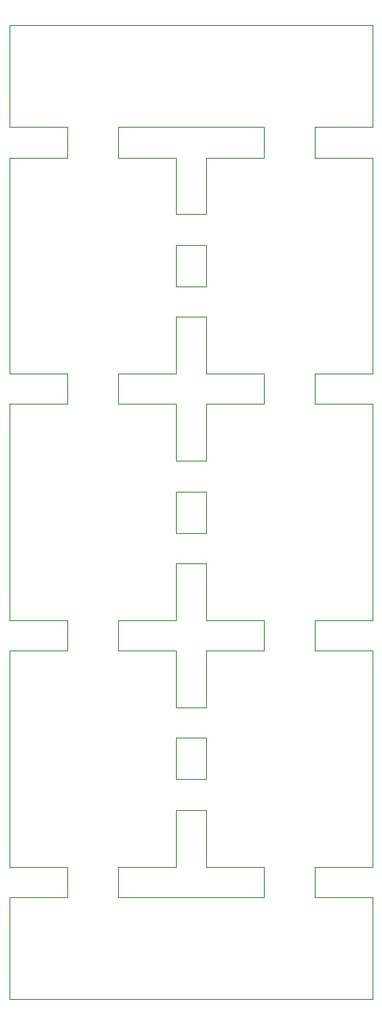
<source format=gbr>
%TF.GenerationSoftware,KiCad,Pcbnew,8.0.4*%
%TF.CreationDate,2024-09-15T22:50:30-03:00*%
%TF.ProjectId,panelized_TA65,70616e65-6c69-47a6-9564-5f544136352e,rev?*%
%TF.SameCoordinates,Original*%
%TF.FileFunction,Profile,NP*%
%FSLAX46Y46*%
G04 Gerber Fmt 4.6, Leading zero omitted, Abs format (unit mm)*
G04 Created by KiCad (PCBNEW 8.0.4) date 2024-09-15 22:50:30*
%MOMM*%
%LPD*%
G01*
G04 APERTURE LIST*
%TA.AperFunction,Profile*%
%ADD10C,0.100000*%
%TD*%
G04 APERTURE END LIST*
D10*
X147000000Y-57200500D02*
X141350000Y-57200500D01*
X160650000Y-55699500D02*
X160650000Y-54200500D01*
X155650000Y-54200500D02*
X155650000Y-55699500D01*
X136350000Y-78400500D02*
X136350000Y-79899500D01*
X136350000Y-55701500D02*
X136350000Y-57200500D01*
X130700000Y-33000500D02*
X130700000Y-54200500D01*
X130700000Y-57200500D02*
X130700000Y-78400500D01*
X130700000Y-78400500D02*
X136350000Y-78400500D01*
X136350000Y-30000000D02*
X136350000Y-33000500D01*
X150000000Y-45633833D02*
X148501000Y-45633833D01*
X166300000Y-33000500D02*
X160650000Y-33000500D01*
X148501000Y-38567166D02*
X148499000Y-38567166D01*
X148501000Y-69833833D02*
X148499000Y-69833833D01*
X160650000Y-30000000D02*
X166300000Y-30000000D01*
X148501000Y-94033833D02*
X148499000Y-94033833D01*
X130700000Y-81400500D02*
X130700000Y-102600500D01*
X148499000Y-41567166D02*
X148501000Y-41567166D01*
X160650000Y-79901500D02*
X160650000Y-79899500D01*
X166300000Y-115601500D02*
X166300000Y-105601500D01*
X141350000Y-79899500D02*
X141350000Y-78400500D01*
X148501000Y-62767166D02*
X148499000Y-62767166D01*
X150000000Y-81400500D02*
X150000000Y-86967166D01*
X148499000Y-38567166D02*
X147000000Y-38567166D01*
X141350000Y-81400500D02*
X141350000Y-79901500D01*
X136350000Y-81400500D02*
X130700000Y-81400500D01*
X166300000Y-78400500D02*
X166300000Y-57200500D01*
X148499000Y-69833833D02*
X147000000Y-69833833D01*
X136350000Y-55699500D02*
X136350000Y-55701500D01*
X141350000Y-30000000D02*
X155650000Y-30000000D01*
X147000000Y-65767166D02*
X148499000Y-65767166D01*
X147000000Y-97033833D02*
X148499000Y-97033833D01*
X147000000Y-94033833D02*
X147000000Y-89967166D01*
X155650000Y-55699500D02*
X155650000Y-55701500D01*
X147000000Y-102600500D02*
X147000000Y-97033833D01*
X141350000Y-55699500D02*
X141350000Y-54200500D01*
X148499000Y-45633833D02*
X147000000Y-45633833D01*
X147000000Y-62767166D02*
X147000000Y-57200500D01*
X150000000Y-41567166D02*
X150000000Y-45633833D01*
X160650000Y-54200500D02*
X166300000Y-54200500D01*
X147000000Y-81400500D02*
X141350000Y-81400500D01*
X166300000Y-54200500D02*
X166300000Y-33000500D01*
X136350000Y-57200500D02*
X130700000Y-57200500D01*
X141350000Y-79901500D02*
X141350000Y-79899500D01*
X147000000Y-78400500D02*
X147000000Y-72833833D01*
X160650000Y-79899500D02*
X160650000Y-78400500D01*
X141350000Y-57200500D02*
X141350000Y-55701500D01*
X141350000Y-78400500D02*
X147000000Y-78400500D01*
X141350000Y-102600500D02*
X147000000Y-102600500D01*
X150000000Y-38567166D02*
X148501000Y-38567166D01*
X150000000Y-62767166D02*
X148501000Y-62767166D01*
X150000000Y-57200500D02*
X150000000Y-62767166D01*
X148501000Y-89967166D02*
X150000000Y-89967166D01*
X147000000Y-89967166D02*
X148499000Y-89967166D01*
X166300000Y-81400500D02*
X160650000Y-81400500D01*
X147000000Y-38567166D02*
X147000000Y-33000500D01*
X148501000Y-48633833D02*
X150000000Y-48633833D01*
X166300000Y-102600500D02*
X166300000Y-81400500D01*
X160650000Y-81400500D02*
X160650000Y-79901500D01*
X150000000Y-69833833D02*
X148501000Y-69833833D01*
X160650000Y-102600500D02*
X166300000Y-102600500D01*
X148499000Y-48633833D02*
X148501000Y-48633833D01*
X155650000Y-78400500D02*
X155650000Y-79899500D01*
X136350000Y-79899500D02*
X136350000Y-79901500D01*
X150000000Y-86967166D02*
X148501000Y-86967166D01*
X150000000Y-78400500D02*
X155650000Y-78400500D01*
X148499000Y-94033833D02*
X147000000Y-94033833D01*
X155650000Y-55701500D02*
X155650000Y-57200500D01*
X148499000Y-72833833D02*
X148501000Y-72833833D01*
X166300000Y-20000000D02*
X130700000Y-20000000D01*
X148501000Y-41567166D02*
X150000000Y-41567166D01*
X155650000Y-57200500D02*
X150000000Y-57200500D01*
X148499000Y-86967166D02*
X147000000Y-86967166D01*
X141350000Y-54200500D02*
X147000000Y-54200500D01*
X141350000Y-55701500D02*
X141350000Y-55699500D01*
X147000000Y-45633833D02*
X147000000Y-41567166D01*
X148501000Y-65767166D02*
X150000000Y-65767166D01*
X160650000Y-33000500D02*
X160650000Y-30000000D01*
X148501000Y-45633833D02*
X148499000Y-45633833D01*
X136350000Y-79901500D02*
X136350000Y-81400500D01*
X155650000Y-79901500D02*
X155650000Y-81400500D01*
X150000000Y-65767166D02*
X150000000Y-69833833D01*
X148499000Y-65767166D02*
X148501000Y-65767166D01*
X150000000Y-102600500D02*
X155650000Y-102600500D01*
X155650000Y-30000000D02*
X155650000Y-33000500D01*
X147000000Y-54200500D02*
X147000000Y-48633833D01*
X148499000Y-62767166D02*
X147000000Y-62767166D01*
X148501000Y-86967166D02*
X148499000Y-86967166D01*
X155650000Y-102600500D02*
X155650000Y-105601500D01*
X147000000Y-72833833D02*
X148499000Y-72833833D01*
X130700000Y-115601500D02*
X166300000Y-115601500D01*
X136350000Y-102600500D02*
X136350000Y-105601500D01*
X148499000Y-97033833D02*
X148501000Y-97033833D01*
X136350000Y-54200500D02*
X136350000Y-55699500D01*
X166300000Y-57200500D02*
X160650000Y-57200500D01*
X130700000Y-20000000D02*
X130700000Y-30000000D01*
X130700000Y-105601500D02*
X130700000Y-115601500D01*
X130700000Y-54200500D02*
X136350000Y-54200500D01*
X150000000Y-33000500D02*
X150000000Y-38567166D01*
X147000000Y-41567166D02*
X148499000Y-41567166D01*
X147000000Y-48633833D02*
X148499000Y-48633833D01*
X150000000Y-72833833D02*
X150000000Y-78400500D01*
X160650000Y-55701500D02*
X160650000Y-55699500D01*
X148501000Y-72833833D02*
X150000000Y-72833833D01*
X147000000Y-33000500D02*
X141350000Y-33000500D01*
X155650000Y-79899500D02*
X155650000Y-79901500D01*
X150000000Y-94033833D02*
X148501000Y-94033833D01*
X147000000Y-69833833D02*
X147000000Y-65767166D01*
X150000000Y-89967166D02*
X150000000Y-94033833D01*
X166300000Y-30000000D02*
X166300000Y-20000000D01*
X150000000Y-97033833D02*
X150000000Y-102600500D01*
X160650000Y-78400500D02*
X166300000Y-78400500D01*
X160650000Y-57200500D02*
X160650000Y-55701500D01*
X136350000Y-105601500D02*
X130700000Y-105601500D01*
X150000000Y-48633833D02*
X150000000Y-54200500D01*
X147000000Y-86967166D02*
X147000000Y-81400500D01*
X141350000Y-105601500D02*
X141350000Y-102600500D01*
X155650000Y-81400500D02*
X150000000Y-81400500D01*
X148499000Y-89967166D02*
X148501000Y-89967166D01*
X130700000Y-30000000D02*
X136350000Y-30000000D01*
X141350000Y-33000500D02*
X141350000Y-30000000D01*
X130700000Y-102600500D02*
X136350000Y-102600500D01*
X160650000Y-105601500D02*
X160650000Y-102600500D01*
X155650000Y-105601500D02*
X141350000Y-105601500D01*
X148501000Y-97033833D02*
X150000000Y-97033833D01*
X155650000Y-33000500D02*
X150000000Y-33000500D01*
X166300000Y-105601500D02*
X160650000Y-105601500D01*
X150000000Y-54200500D02*
X155650000Y-54200500D01*
X136350000Y-33000500D02*
X130700000Y-33000500D01*
M02*

</source>
